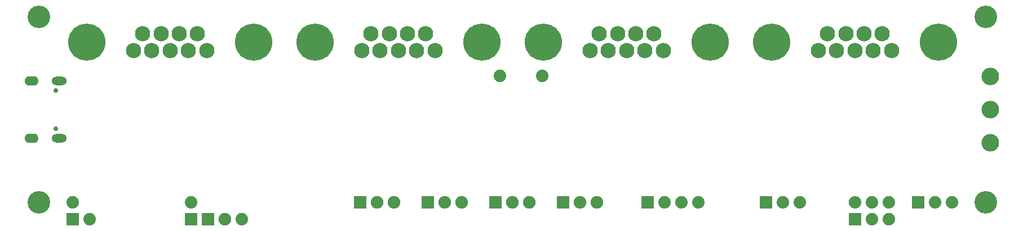
<source format=gbr>
%TF.GenerationSoftware,KiCad,Pcbnew,5.1.6-c6e7f7d~87~ubuntu18.04.1*%
%TF.CreationDate,2022-06-17T15:59:17+03:00*%
%TF.ProjectId,USB-4SERIAL_Rev_B,5553422d-3453-4455-9249-414c5f526576,B*%
%TF.SameCoordinates,Original*%
%TF.FileFunction,Soldermask,Bot*%
%TF.FilePolarity,Negative*%
%FSLAX46Y46*%
G04 Gerber Fmt 4.6, Leading zero omitted, Abs format (unit mm)*
G04 Created by KiCad (PCBNEW 5.1.6-c6e7f7d~87~ubuntu18.04.1) date 2022-06-17 15:59:17*
%MOMM*%
%LPD*%
G01*
G04 APERTURE LIST*
%ADD10C,0.701600*%
%ADD11O,2.301600X1.301600*%
%ADD12O,2.101600X1.401600*%
%ADD13C,1.879600*%
%ADD14R,1.879600X1.879600*%
%ADD15O,1.879600X1.879600*%
%ADD16C,3.401601*%
%ADD17C,2.641600*%
%ADD18C,1.901600*%
%ADD19R,1.901600X1.901600*%
%ADD20C,5.601600*%
%ADD21C,2.301600*%
G04 APERTURE END LIST*
D10*
%TO.C,USB-C1*%
X82540000Y-79090000D03*
D11*
X83040000Y-80520000D03*
D12*
X78860000Y-80520000D03*
X78860000Y-71880000D03*
D10*
X82540000Y-73310000D03*
D11*
X83040000Y-71880000D03*
%TD*%
D13*
%TO.C,GPIO_EXT1*%
X179070000Y-90170000D03*
X176530000Y-90170000D03*
X173990000Y-90170000D03*
D14*
X171450000Y-90170000D03*
%TD*%
D13*
%TO.C,JUMPERS1*%
X207645000Y-90170000D03*
D15*
X202565000Y-90170000D03*
D13*
X205105000Y-90170000D03*
X207645000Y-92710000D03*
X205105000Y-92710000D03*
D14*
X202565000Y-92710000D03*
%TD*%
D13*
%TO.C,RS232_4\u005CRS485*%
X194310000Y-90170000D03*
X191770000Y-90170000D03*
D14*
X189230000Y-90170000D03*
%TD*%
D16*
%TO.C,MH1*%
X80010000Y-90170000D03*
%TD*%
%TO.C,MH2*%
X222250000Y-90170000D03*
%TD*%
%TO.C,MH3*%
X222250000Y-62230000D03*
%TD*%
%TO.C,MH4*%
X80010000Y-62230000D03*
%TD*%
D17*
%TO.C,RS485*%
X222885000Y-81200000D03*
X222885000Y-71200000D03*
X222885000Y-76200000D03*
%TD*%
D18*
%TO.C,Serial2*%
X143510000Y-90170000D03*
X140970000Y-90170000D03*
D19*
X138430000Y-90170000D03*
%TD*%
D18*
%TO.C,Serial3*%
X153670000Y-90170000D03*
X151130000Y-90170000D03*
D19*
X148590000Y-90170000D03*
%TD*%
D18*
%TO.C,Serial4*%
X163830000Y-90170000D03*
X161290000Y-90170000D03*
D19*
X158750000Y-90170000D03*
%TD*%
D18*
%TO.C,Serial1*%
X133350000Y-90170000D03*
X130810000Y-90170000D03*
D19*
X128270000Y-90170000D03*
%TD*%
D13*
%TO.C,+5V_USB1*%
X87630000Y-92710000D03*
%TD*%
%TO.C,3.3V1*%
X102870000Y-90170000D03*
%TD*%
D14*
%TO.C,GND1*%
X85090000Y-92710000D03*
%TD*%
%TO.C,GND2*%
X102870000Y-92710000D03*
%TD*%
D13*
%TO.C,T2IN1*%
X155575000Y-71120000D03*
%TD*%
%TO.C,T2OUT1*%
X149225000Y-71120000D03*
%TD*%
%TO.C,ISP1*%
X110490000Y-92710000D03*
%TD*%
%TO.C,RST#1*%
X85090000Y-90170000D03*
%TD*%
D18*
%TO.C,FW_Upgr1*%
X107950000Y-92710000D03*
D19*
X105410000Y-92710000D03*
%TD*%
D20*
%TO.C,RS232_1*%
X112217200Y-66040000D03*
X87172800Y-66040000D03*
D21*
X95580200Y-64770000D03*
X98323400Y-64770000D03*
X101066600Y-64770000D03*
X103809800Y-64770000D03*
X94208600Y-67310000D03*
X96951800Y-67310000D03*
X99695000Y-67310000D03*
X102438200Y-67310000D03*
X105181400Y-67310000D03*
%TD*%
D20*
%TO.C,RS232_2*%
X146507200Y-66040000D03*
X121462800Y-66040000D03*
D21*
X129870200Y-64770000D03*
X132613400Y-64770000D03*
X135356600Y-64770000D03*
X138099800Y-64770000D03*
X128498600Y-67310000D03*
X131241800Y-67310000D03*
X133985000Y-67310000D03*
X136728200Y-67310000D03*
X139471400Y-67310000D03*
%TD*%
D20*
%TO.C,RS232_3*%
X180797200Y-66040000D03*
X155752800Y-66040000D03*
D21*
X164160200Y-64770000D03*
X166903400Y-64770000D03*
X169646600Y-64770000D03*
X172389800Y-64770000D03*
X162788600Y-67310000D03*
X165531800Y-67310000D03*
X168275000Y-67310000D03*
X171018200Y-67310000D03*
X173761400Y-67310000D03*
%TD*%
D20*
%TO.C,RS232_4*%
X215087200Y-66040000D03*
X190042800Y-66040000D03*
D21*
X198450200Y-64770000D03*
X201193400Y-64770000D03*
X203936600Y-64770000D03*
X206679800Y-64770000D03*
X197078600Y-67310000D03*
X199821800Y-67310000D03*
X202565000Y-67310000D03*
X205308200Y-67310000D03*
X208051400Y-67310000D03*
%TD*%
D14*
%TO.C,GPIO11\u005CRTS3*%
X212090000Y-90170000D03*
D13*
X214630000Y-90170000D03*
X217170000Y-90170000D03*
%TD*%
M02*

</source>
